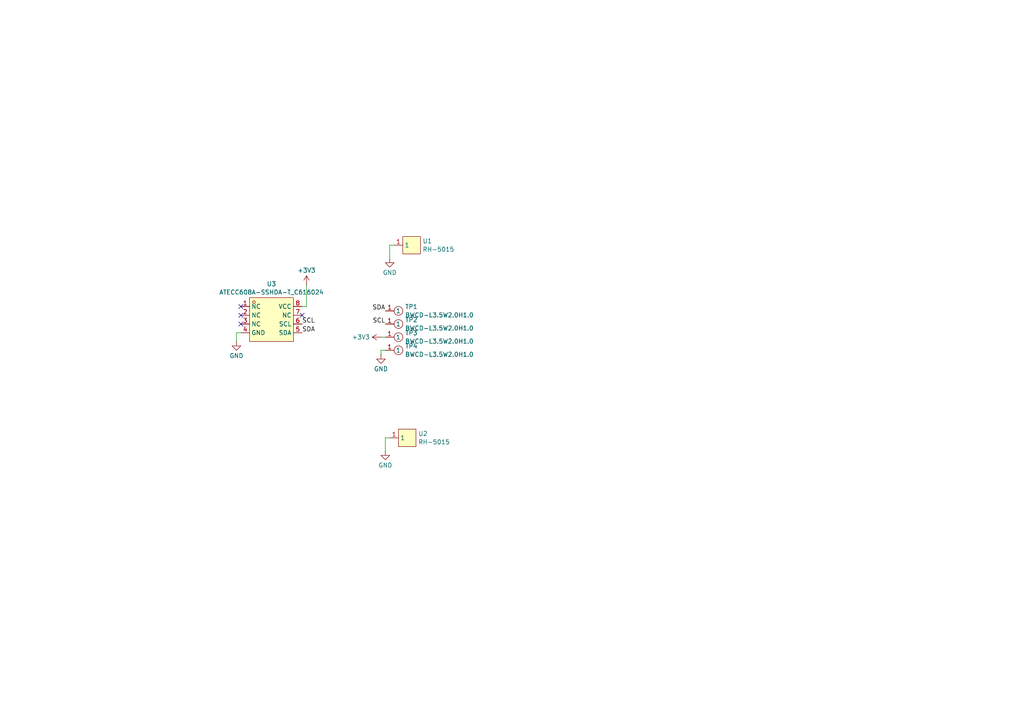
<source format=kicad_sch>
(kicad_sch (version 20231120) (generator "eeschema") (generator_version "8.0")
  (paper "A4")
  (lib_symbols
    (symbol "easyeda2kicad:ATECC608A-SSHDA-T_C616024"
      (property "Reference" "U" (at 0 8.89 0))
      (property "Value" "ATECC608A-SSHDA-T_C616024" (at 0 -8.89 0))
      (symbol "ATECC608A-SSHDA-T_C616024_0_1"
        (rectangle (start -6.35 6.35) (end 6.35 -6.35) (fill (type background)))
        (circle (center -5.08 5.08) (radius 0.38))
        (pin unspecified line (at -8.89 3.81 0) (length 2.54) (name "NC") (number "1"))
        (pin unspecified line (at -8.89 1.27 0) (length 2.54) (name "NC") (number "2"))
        (pin unspecified line (at -8.89 -1.27 0) (length 2.54) (name "NC") (number "3"))
        (pin unspecified line (at -8.89 -3.81 0) (length 2.54) (name "GND") (number "4"))
        (pin unspecified line (at 8.89 -3.81 180) (length 2.54) (name "SDA") (number "5"))
        (pin unspecified line (at 8.89 -1.27 180) (length 2.54) (name "SCL") (number "6"))
        (pin unspecified line (at 8.89 1.27 180) (length 2.54) (name "NC") (number "7"))
        (pin unspecified line (at 8.89 3.81 180) (length 2.54) (name "VCC") (number "8"))
      )
    )
    (symbol "easyeda2kicad:BWCD-L3.5W2.0H1.0"
      (property "Reference" "TP" (at 0 5.08 0))
      (property "Value" "BWCD-L3.5W2.0H1.0" (at 0 -5.08 0))
      (symbol "BWCD-L3.5W2.0H1.0_0_1"
        (circle (center 1.27 0) (radius 1.27))
        (pin unspecified line (at -2.54 0 0) (length 2.54) (name "1") (number "1"))
      )
    )
    (symbol "easyeda2kicad:RH-5015"
      (property "Reference" "U" (at 0 5.08 0))
      (property "Value" "RH-5015" (at 0 -5.08 0))
      (symbol "RH-5015_0_1"
        (rectangle (start -2.54 2.54) (end 2.54 -2.54) (fill (type background)))
        (pin unspecified line (at -5.08 0 0) (length 2.54) (name "1") (number "1"))
      )
    )
    (symbol "power:+3V3" (power) (pin_numbers hide) (pin_names (offset 0) hide)
      (property "Value" "+3V3" (at 0 3.556 0))
      (symbol "+3V3_0_1"
        (polyline (pts (xy -0.762 1.27) (xy 0 2.54)))
        (polyline (pts (xy 0 0) (xy 0 2.54)))
        (polyline (pts (xy 0 2.54) (xy 0.762 1.27)))
      )
      (symbol "+3V3_1_1"
        (pin power_in line (at 0 0 90) (length 0) (name "~") (number "1"))
      )
    )
    (symbol "power:GND" (power) (pin_numbers hide) (pin_names (offset 0) hide)
      (property "Value" "GND" (at 0 -3.81 0))
      (symbol "GND_0_1"
        (polyline (pts (xy 0 0) (xy 0 -1.27) (xy 1.27 -1.27) (xy 0 -2.54) (xy -1.27 -1.27) (xy 0 -1.27)))
      )
      (symbol "GND_1_1"
        (pin power_in line (at 0 0 270) (length 0) (name "~") (number "1"))
      )
    )
  )
  (no_connect (at 69.85 93.98))
  (no_connect (at 69.85 88.9))
  (no_connect (at 69.85 91.44))
  (no_connect (at 87.63 91.44))
  (wire (pts (xy 68.58 96.52) (xy 69.85 96.52)))
  (wire (pts (xy 110.49 97.79) (xy 111.76 97.79)))
  (wire (pts (xy 111.76 130.81) (xy 111.76 127)))
  (wire (pts (xy 113.03 71.12) (xy 114.3 71.12)))
  (wire (pts (xy 88.9 82.55) (xy 88.9 88.9)))
  (wire (pts (xy 113.03 74.93) (xy 113.03 71.12)))
  (wire (pts (xy 68.58 99.06) (xy 68.58 96.52)))
  (wire (pts (xy 110.49 101.6) (xy 110.49 102.87)))
  (wire (pts (xy 110.49 101.6) (xy 111.76 101.6)))
  (wire (pts (xy 88.9 88.9) (xy 87.63 88.9)))
  (wire (pts (xy 111.76 127) (xy 113.03 127)))
  (label "SDA" (at 87.63 96.52 0))
  (label "SCL" (at 111.76 93.98 180))
  (label "SDA" (at 111.76 90.17 180))
  (label "SCL" (at 87.63 93.98 0))
  (symbol (lib_id "power:GND") (at 110.49 102.87 0) (unit 1)
    (property "Reference" "#PWR05" (effects (hide yes)))
    (property "Value" "GND" (at 110.49 107.0031 0))
    (property "Description" "Power symbol creates a global label with name \"GND\" , ground" (effects (hide yes)))
  )
  (symbol (lib_id "easyeda2kicad:BWCD-L3.5W2.0H1.0") (at 114.3 97.79 0) (unit 1)
    (property "Reference" "TP3" (at 117.475 96.5778 0) (effects (justify left)))
    (property "Value" "BWCD-L3.5W2.0H1.0" (at 117.475 99.0021 0) (effects (justify left)))
    (property "Footprint" "easyeda2kicad:SMD_BD2.0-L2.0-W2.0_C9900001905" (effects (hide yes)))
    (property "LCSC Part" "C2826547" (effects (hide yes)))
  )
  (symbol (lib_id "power:GND") (at 111.76 130.81 0) (unit 1)
    (property "Reference" "#PWR06" (effects (hide yes)))
    (property "Value" "GND" (at 111.76 134.9431 0))
    (property "Description" "Power symbol creates a global label with name \"GND\" , ground" (effects (hide yes)))
  )
  (symbol (lib_id "easyeda2kicad:RH-5015") (at 119.38 71.12 0) (unit 1)
    (property "Reference" "U1" (at 122.555 69.9078 0) (effects (justify left)))
    (property "Value" "RH-5015" (at 122.555 72.3321 0) (effects (justify left)))
    (property "Footprint" "easyeda2kicad:SMD_RH-5015" (effects (hide yes)))
    (property "LCSC Part" "C5199798" (effects (hide yes)))
  )
  (symbol (lib_id "easyeda2kicad:BWCD-L3.5W2.0H1.0") (at 114.3 101.6 0) (unit 1)
    (property "Reference" "TP4" (at 117.475 100.3878 0) (effects (justify left)))
    (property "Value" "BWCD-L3.5W2.0H1.0" (at 117.475 102.8121 0) (effects (justify left)))
    (property "Footprint" "easyeda2kicad:SMD_BD2.0-L2.0-W2.0_C9900001905" (effects (hide yes)))
    (property "LCSC Part" "C2826547" (effects (hide yes)))
  )
  (symbol (lib_id "power:+3V3") (at 110.49 97.79 90) (unit 1)
    (property "Reference" "#PWR04" (effects (hide yes)))
    (property "Value" "+3V3" (at 107.315 97.79 90) (effects (justify left)))
    (property "Description" "Power symbol creates a global label with name \"+3V3\"" (effects (hide yes)))
  )
  (symbol (lib_id "power:GND") (at 68.58 99.06 0) (unit 1)
    (property "Reference" "#PWR02" (effects (hide yes)))
    (property "Value" "GND" (at 68.58 103.1931 0))
    (property "Description" "Power symbol creates a global label with name \"GND\" , ground" (effects (hide yes)))
  )
  (symbol (lib_id "easyeda2kicad:BWCD-L3.5W2.0H1.0") (at 114.3 90.17 0) (unit 1)
    (property "Reference" "TP1" (at 117.475 88.9578 0) (effects (justify left)))
    (property "Value" "BWCD-L3.5W2.0H1.0" (at 117.475 91.3821 0) (effects (justify left)))
    (property "Footprint" "easyeda2kicad:SMD_BD2.0-L2.0-W2.0_C9900001905" (effects (hide yes)))
    (property "LCSC Part" "C2826547" (effects (hide yes)))
  )
  (symbol (lib_id "easyeda2kicad:BWCD-L3.5W2.0H1.0") (at 114.3 93.98 0) (unit 1)
    (property "Reference" "TP2" (at 117.475 92.7678 0) (effects (justify left)))
    (property "Value" "BWCD-L3.5W2.0H1.0" (at 117.475 95.1921 0) (effects (justify left)))
    (property "Footprint" "easyeda2kicad:SMD_BD2.0-L2.0-W2.0_C9900001905" (effects (hide yes)))
    (property "LCSC Part" "C2826547" (effects (hide yes)))
  )
  (symbol (lib_id "power:GND") (at 113.03 74.93 0) (unit 1)
    (property "Reference" "#PWR01" (effects (hide yes)))
    (property "Value" "GND" (at 113.03 79.0631 0))
    (property "Description" "Power symbol creates a global label with name \"GND\" , ground" (effects (hide yes)))
  )
  (symbol (lib_id "power:+3V3") (at 88.9 82.55 0) (unit 1)
    (property "Reference" "#PWR03" (effects (hide yes)))
    (property "Value" "+3V3" (at 88.9 78.4169 0))
    (property "Description" "Power symbol creates a global label with name \"+3V3\"" (effects (hide yes)))
  )
  (symbol (lib_id "easyeda2kicad:RH-5015") (at 118.11 127 0) (unit 1)
    (property "Reference" "U2" (at 121.285 125.7878 0) (effects (justify left)))
    (property "Value" "RH-5015" (at 121.285 128.2121 0) (effects (justify left)))
    (property "Footprint" "easyeda2kicad:SMD_RH-5015" (effects (hide yes)))
    (property "LCSC Part" "C5199798" (effects (hide yes)))
  )
  (symbol (lib_id "easyeda2kicad:ATECC608A-SSHDA-T_C616024") (at 78.74 92.71 0) (unit 1)
    (property "Reference" "U3" (at 78.74 82.3425 0))
    (property "Value" "ATECC608A-SSHDA-T_C616024" (at 78.74 84.7668 0))
    (property "Footprint" "easyeda2kicad:SOIC-8_L4.9-W3.9-P1.27-LS6.0-BL" (effects (hide yes)))
    (property "LCSC Part" "C616024" (effects (hide yes)))
  )
)
</source>
